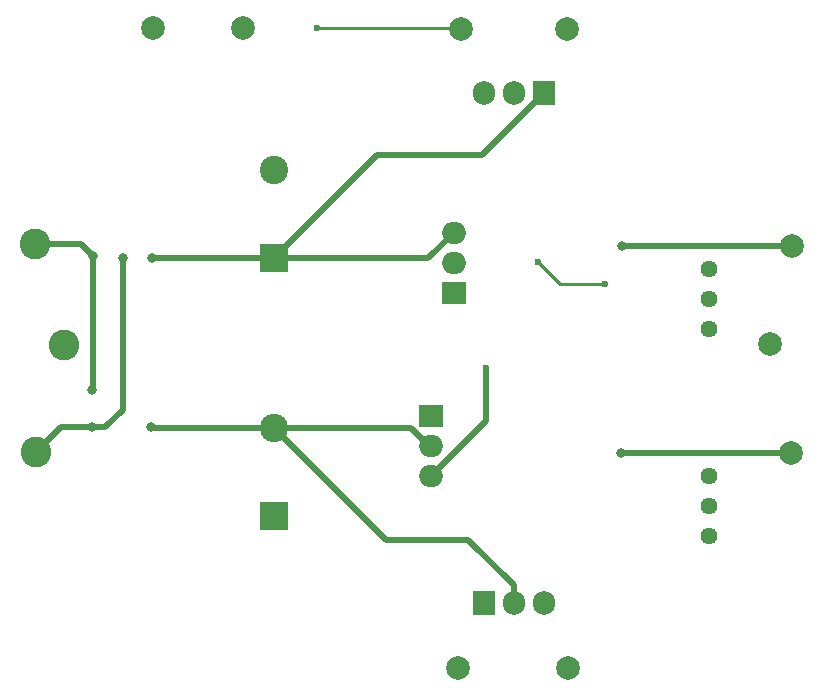
<source format=gbr>
G04 #@! TF.GenerationSoftware,KiCad,Pcbnew,(5.1.10-0-10_14)*
G04 #@! TF.CreationDate,2021-09-25T17:00:32+02:00*
G04 #@! TF.ProjectId,lv-lownoise-psu,6c762d6c-6f77-46e6-9f69-73652d707375,rev?*
G04 #@! TF.SameCoordinates,Original*
G04 #@! TF.FileFunction,Copper,L2,Bot*
G04 #@! TF.FilePolarity,Positive*
%FSLAX46Y46*%
G04 Gerber Fmt 4.6, Leading zero omitted, Abs format (unit mm)*
G04 Created by KiCad (PCBNEW (5.1.10-0-10_14)) date 2021-09-25 17:00:32*
%MOMM*%
%LPD*%
G01*
G04 APERTURE LIST*
G04 #@! TA.AperFunction,ComponentPad*
%ADD10C,2.000000*%
G04 #@! TD*
G04 #@! TA.AperFunction,ComponentPad*
%ADD11O,2.000000X1.905000*%
G04 #@! TD*
G04 #@! TA.AperFunction,ComponentPad*
%ADD12R,2.000000X1.905000*%
G04 #@! TD*
G04 #@! TA.AperFunction,ComponentPad*
%ADD13O,1.905000X2.000000*%
G04 #@! TD*
G04 #@! TA.AperFunction,ComponentPad*
%ADD14R,1.905000X2.000000*%
G04 #@! TD*
G04 #@! TA.AperFunction,ComponentPad*
%ADD15C,2.400000*%
G04 #@! TD*
G04 #@! TA.AperFunction,ComponentPad*
%ADD16R,2.400000X2.400000*%
G04 #@! TD*
G04 #@! TA.AperFunction,ComponentPad*
%ADD17C,1.440000*%
G04 #@! TD*
G04 #@! TA.AperFunction,ComponentPad*
%ADD18C,2.600000*%
G04 #@! TD*
G04 #@! TA.AperFunction,ViaPad*
%ADD19C,0.800000*%
G04 #@! TD*
G04 #@! TA.AperFunction,ViaPad*
%ADD20C,0.600000*%
G04 #@! TD*
G04 #@! TA.AperFunction,Conductor*
%ADD21C,0.500000*%
G04 #@! TD*
G04 #@! TA.AperFunction,Conductor*
%ADD22C,0.250000*%
G04 #@! TD*
G04 APERTURE END LIST*
D10*
X148018500Y-49784000D03*
X119761000Y-85471000D03*
X129032000Y-85471000D03*
X128968500Y-31369000D03*
X120015000Y-31369000D03*
X93916500Y-31305500D03*
X101536500Y-31305500D03*
X147955000Y-67310000D03*
X146113500Y-58039000D03*
D11*
X117475000Y-69215000D03*
X117475000Y-66675000D03*
D12*
X117475000Y-64135000D03*
D11*
X119380000Y-48641000D03*
X119380000Y-51181000D03*
D12*
X119380000Y-53721000D03*
D13*
X127000000Y-80010000D03*
X124460000Y-80010000D03*
D14*
X121920000Y-80010000D03*
D13*
X121920000Y-36830000D03*
X124460000Y-36830000D03*
D14*
X127000000Y-36830000D03*
D15*
X104140000Y-65151000D03*
D16*
X104140000Y-72651000D03*
D15*
X104140000Y-43300000D03*
D16*
X104140000Y-50800000D03*
D17*
X140970000Y-74295000D03*
X140970000Y-71755000D03*
X140970000Y-69215000D03*
X140970000Y-56832500D03*
X140970000Y-54292500D03*
X140970000Y-51752500D03*
D18*
X83921600Y-49631600D03*
X86360000Y-58166000D03*
X83972400Y-67259200D03*
D19*
X93827600Y-50800000D03*
X88849200Y-50647600D03*
X88726000Y-61997600D03*
X93726000Y-65125600D03*
D20*
X107759500Y-31305500D03*
D19*
X133604000Y-49784000D03*
X133540500Y-67310000D03*
X88747600Y-65125600D03*
X91338400Y-50800000D03*
D20*
X132207000Y-53022500D03*
X126496600Y-51112900D03*
X122110500Y-60134500D03*
D21*
X104140000Y-50800000D02*
X109982000Y-50800000D01*
X104140000Y-50800000D02*
X93827600Y-50800000D01*
X117221000Y-50800000D02*
X119380000Y-48641000D01*
X109982000Y-50800000D02*
X117221000Y-50800000D01*
X121729500Y-42100500D02*
X127000000Y-36830000D01*
X112839500Y-42100500D02*
X121729500Y-42100500D01*
X104140000Y-50800000D02*
X112839500Y-42100500D01*
X87833200Y-49631600D02*
X88849200Y-50647600D01*
X83921600Y-49631600D02*
X87833200Y-49631600D01*
X88849200Y-61874400D02*
X88726000Y-61997600D01*
X88849200Y-50647600D02*
X88849200Y-61874400D01*
X93751400Y-65151000D02*
X93726000Y-65125600D01*
X104140000Y-65151000D02*
X93751400Y-65151000D01*
X117252498Y-66675000D02*
X115728498Y-65151000D01*
X117475000Y-66675000D02*
X117252498Y-66675000D01*
X115728498Y-65151000D02*
X104140000Y-65151000D01*
X104140000Y-65151000D02*
X113665000Y-74676000D01*
X124460000Y-78510000D02*
X124460000Y-80010000D01*
X120626000Y-74676000D02*
X124460000Y-78510000D01*
X113665000Y-74676000D02*
X120626000Y-74676000D01*
D22*
X119951500Y-31305500D02*
X120015000Y-31369000D01*
X107759500Y-31305500D02*
X119951500Y-31305500D01*
D21*
X147993100Y-49809400D02*
X148018500Y-49784000D01*
X133604000Y-49784000D02*
X148018500Y-49784000D01*
X147929600Y-67284600D02*
X147955000Y-67310000D01*
X133540500Y-67310000D02*
X147955000Y-67310000D01*
X83972400Y-67259200D02*
X86106000Y-65125600D01*
X86106000Y-65125600D02*
X88747600Y-65125600D01*
X88747600Y-65125600D02*
X89865200Y-65125600D01*
X91338400Y-63652400D02*
X91338400Y-50800000D01*
X89865200Y-65125600D02*
X91338400Y-63652400D01*
D22*
X132207000Y-53022500D02*
X128406200Y-53022500D01*
X128406200Y-53022500D02*
X126496600Y-51112900D01*
D21*
X122110500Y-64579500D02*
X122110500Y-60134500D01*
X117475000Y-69215000D02*
X122110500Y-64579500D01*
M02*

</source>
